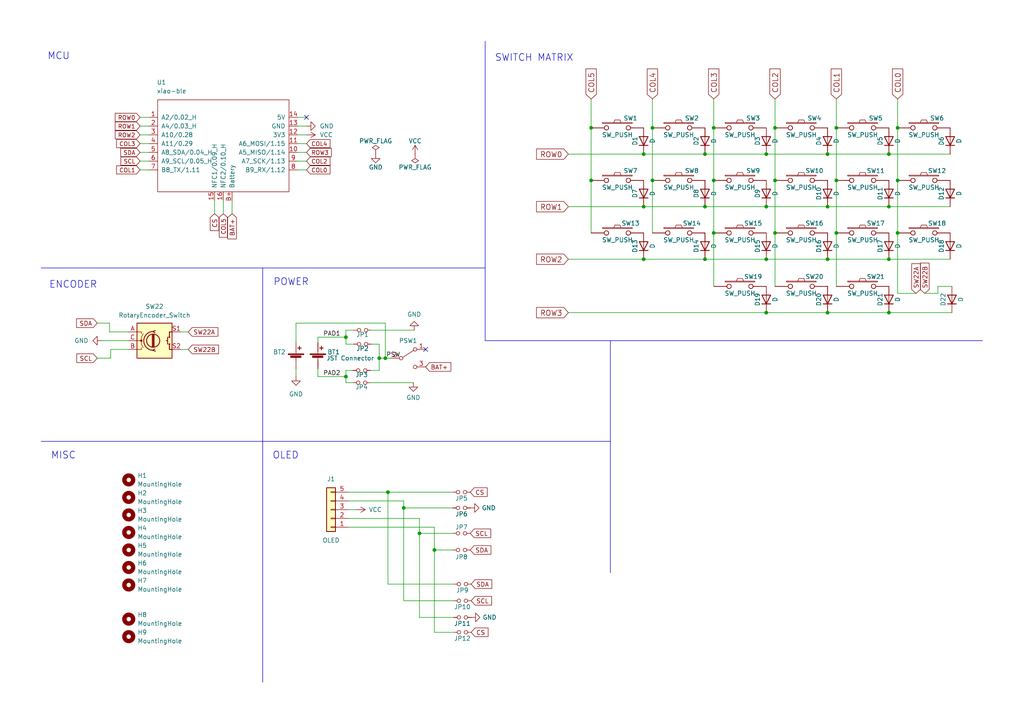
<source format=kicad_sch>
(kicad_sch (version 20230121) (generator eeschema)
  (paper "A4")
  (title_block (title "mx-corne-xiao") (date "2023-10-26") (rev "2.0") (comment 1 "Author : friction"))
  (lib_symbols
    (symbol "Connector_Generic:Conn_01x05" (pin_names (offset 1.016) hide)
      (property "Reference" "J" (at 0 7.62 0))
      (property "Value" "Conn_01x05" (at 0 -7.62 0))
      (symbol "Conn_01x05_1_1"
        (rectangle (start -1.27 -4.953) (end 0 -5.207) (stroke (width 0.1524)))
        (rectangle (start -1.27 -2.413) (end 0 -2.667) (stroke (width 0.1524)))
        (rectangle (start -1.27 0.127) (end 0 -0.127) (stroke (width 0.1524)))
        (rectangle (start -1.27 2.667) (end 0 2.413) (stroke (width 0.1524)))
        (rectangle (start -1.27 5.207) (end 0 4.953) (stroke (width 0.1524)))
        (rectangle (start -1.27 6.35) (end 1.27 -6.35) (stroke (width 0.254)) (fill (type background)))
        (pin passive line (at -5.08 5.08 0) (length 3.81) (name "Pin_1") (number "1"))
        (pin passive line (at -5.08 2.54 0) (length 3.81) (name "Pin_2") (number "2"))
        (pin passive line (at -5.08 0 0) (length 3.81) (name "Pin_3") (number "3"))
        (pin passive line (at -5.08 -2.54 0) (length 3.81) (name "Pin_4") (number "4"))
        (pin passive line (at -5.08 -5.08 0) (length 3.81) (name "Pin_5") (number "5"))
      )
    )
    (symbol "Device:Battery_Cell" (pin_numbers hide) (pin_names (offset 0) hide)
      (property "Reference" "BT" (at 2.54 2.54 0))
      (property "Value" "Battery_Cell" (at 2.54 0 0))
      (symbol "Battery_Cell_0_1"
        (rectangle (start -2.286 1.778) (end 2.286 1.524) (fill (type outline)))
        (rectangle (start -1.5748 1.1938) (end 1.4732 0.6858) (fill (type outline)))
        (polyline (pts (xy 0 0.762) (xy 0 0)))
        (polyline (pts (xy 0 1.778) (xy 0 2.54)))
        (polyline (pts (xy 0.508 3.429) (xy 1.524 3.429)) (stroke (width 0.254)))
        (polyline (pts (xy 1.016 3.937) (xy 1.016 2.921)) (stroke (width 0.254)))
      )
      (symbol "Battery_Cell_1_1"
        (pin passive line (at 0 5.08 270) (length 2.54) (name "+") (number "1"))
        (pin passive line (at 0 -2.54 90) (length 2.54) (name "-") (number "2"))
      )
    )
    (symbol "Device:D" (pin_numbers hide) (pin_names (offset 1.016) hide)
      (property "Reference" "D" (at 0 2.54 0))
      (property "Value" "D" (at 0 -2.54 0))
      (symbol "D_0_1"
        (polyline (pts (xy -1.27 1.27) (xy -1.27 -1.27)) (stroke (width 0.254)))
        (polyline (pts (xy 1.27 0) (xy -1.27 0)))
        (polyline (pts (xy 1.27 1.27) (xy 1.27 -1.27) (xy -1.27 0) (xy 1.27 1.27)) (stroke (width 0.254)))
      )
      (symbol "D_1_1"
        (pin passive line (at -3.81 0 0) (length 2.54) (name "K") (number "1"))
        (pin passive line (at 3.81 0 180) (length 2.54) (name "A") (number "2"))
      )
    )
    (symbol "Device:RotaryEncoder_Switch" (pin_names (offset 0.254) hide)
      (property "Reference" "SW" (at 0 6.604 0))
      (property "Value" "RotaryEncoder_Switch" (at 0 -6.604 0))
      (symbol "RotaryEncoder_Switch_0_1"
        (rectangle (start -5.08 5.08) (end 5.08 -5.08) (stroke (width 0.254)) (fill (type background)))
        (circle (center -3.81 0) (radius 0.254) (fill (type outline)))
        (circle (center -0.381 0) (radius 1.905) (stroke (width 0.254)))
        (arc (start -0.381 2.667) (mid -3.0988 -0.0635) (end -0.381 -2.794) (stroke (width 0.254)))
        (polyline (pts (xy -0.635 -1.778) (xy -0.635 1.778)) (stroke (width 0.254)))
        (polyline (pts (xy -0.381 -1.778) (xy -0.381 1.778)) (stroke (width 0.254)))
        (polyline (pts (xy -0.127 1.778) (xy -0.127 -1.778)) (stroke (width 0.254)))
        (polyline (pts (xy 3.81 0) (xy 3.429 0)) (stroke (width 0.254)))
        (polyline (pts (xy 3.81 1.016) (xy 3.81 -1.016)) (stroke (width 0.254)))
        (polyline (pts (xy -5.08 -2.54) (xy -3.81 -2.54) (xy -3.81 -2.032)))
        (polyline (pts (xy -5.08 2.54) (xy -3.81 2.54) (xy -3.81 2.032)))
        (polyline (pts (xy 0.254 -3.048) (xy -0.508 -2.794) (xy 0.127 -2.413)) (stroke (width 0.254)))
        (polyline (pts (xy 0.254 2.921) (xy -0.508 2.667) (xy 0.127 2.286)) (stroke (width 0.254)))
        (polyline (pts (xy 5.08 -2.54) (xy 4.318 -2.54) (xy 4.318 -1.016)) (stroke (width 0.254)))
        (polyline (pts (xy 5.08 2.54) (xy 4.318 2.54) (xy 4.318 1.016)) (stroke (width 0.254)))
        (polyline (pts (xy -5.08 0) (xy -3.81 0) (xy -3.81 -1.016) (xy -3.302 -2.032)))
        (polyline (pts (xy -4.318 0) (xy -3.81 0) (xy -3.81 1.016) (xy -3.302 2.032)))
        (circle (center 4.318 -1.016) (radius 0.127) (stroke (width 0.254)))
        (circle (center 4.318 1.016) (radius 0.127) (stroke (width 0.254)))
      )
      (symbol "RotaryEncoder_Switch_1_1"
        (pin passive line (at -7.62 2.54 0) (length 2.54) (name "A") (number "A"))
        (pin passive line (at -7.62 -2.54 0) (length 2.54) (name "B") (number "B"))
        (pin passive line (at -7.62 0 0) (length 2.54) (name "C") (number "C"))
        (pin passive line (at 7.62 2.54 180) (length 2.54) (name "S1") (number "S1"))
        (pin passive line (at 7.62 -2.54 180) (length 2.54) (name "S2") (number "S2"))
      )
    )
    (symbol "KLORlib:Device_Jumper_NO_Small" (pin_numbers hide) (pin_names (offset 0.762) hide)
      (property "Reference" "JP" (at 0 2.032 0))
      (property "Value" "Device_Jumper_NO_Small" (at 0.254 -1.524 0))
      (symbol "Device_Jumper_NO_Small_0_1"
        (circle (center -1.016 0) (radius 0.508))
        (circle (center 1.016 0) (radius 0.508))
        (pin passive line (at -2.54 0 0) (length 1.016) (name "1") (number "1"))
        (pin passive line (at 2.54 0 180) (length 1.016) (name "2") (number "2"))
      )
    )
    (symbol "Mechanical:MountingHole" (pin_names (offset 1.016))
      (property "Reference" "H" (at 0 5.08 0))
      (property "Value" "MountingHole" (at 0 3.175 0))
      (symbol "MountingHole_0_1"
        (circle (center 0 0) (radius 1.27) (stroke (width 1.27)))
      )
    )
    (symbol "Switch:SW_SPDT" (pin_names (offset 0) hide)
      (property "Reference" "SW" (at 0 4.318 0))
      (property "Value" "SW_SPDT" (at 0 -5.08 0))
      (symbol "SW_SPDT_0_0"
        (circle (center -2.032 0) (radius 0.508))
        (circle (center 2.032 -2.54) (radius 0.508))
      )
      (symbol "SW_SPDT_0_1"
        (polyline (pts (xy -1.524 0.254) (xy 1.651 2.286)))
        (circle (center 2.032 2.54) (radius 0.508))
      )
      (symbol "SW_SPDT_1_1"
        (pin passive line (at 5.08 2.54 180) (length 2.54) (name "A") (number "1"))
        (pin passive line (at -5.08 0 0) (length 2.54) (name "B") (number "2"))
        (pin passive line (at 5.08 -2.54 180) (length 2.54) (name "C") (number "3"))
      )
    )
    (symbol "VCC_1" (power) (pin_names (offset 0))
      (property "Value" "VCC_1" (at 0 3.81 0))
      (symbol "VCC_1_0_1"
        (polyline (pts (xy -0.762 1.27) (xy 0 2.54)))
        (polyline (pts (xy 0 0) (xy 0 2.54)))
        (polyline (pts (xy 0 2.54) (xy 0.762 1.27)))
      )
      (symbol "VCC_1_1_1"
        (pin power_in line (at 0 0 90) (length 0) hide (name "VCC") (number "1"))
      )
    )
    (symbol "corne-classic-rescue:SW_PUSH-kbd" (pin_numbers hide) (pin_names (offset 1.016) hide)
      (property "Reference" "SW" (at 3.81 2.794 0))
      (property "Value" "SW_PUSH-kbd" (at 0 -2.032 0))
      (symbol "SW_PUSH-kbd_0_1"
        (rectangle (start -4.318 1.27) (end 4.318 1.524))
        (polyline (pts (xy -1.016 1.524) (xy -0.762 2.286) (xy 0.762 2.286) (xy 1.016 1.524)))
        (pin passive inverted (at -7.62 0 0) (length 5.08) (name "1") (number "1"))
        (pin passive inverted (at 7.62 0 180) (length 5.08) (name "2") (number "2"))
      )
    )
    (symbol "power:GND" (power) (pin_names (offset 0))
      (property "Value" "GND" (at 0 -3.81 0))
      (symbol "GND_0_1"
        (polyline (pts (xy 0 0) (xy 0 -1.27) (xy 1.27 -1.27) (xy 0 -2.54) (xy -1.27 -1.27) (xy 0 -1.27)))
      )
      (symbol "GND_1_1"
        (pin power_in line (at 0 0 270) (length 0) hide (name "GND") (number "1"))
      )
    )
    (symbol "power:PWR_FLAG" (power) (pin_numbers hide) (pin_names (offset 0) hide)
      (property "Value" "PWR_FLAG" (at 0 3.81 0))
      (symbol "PWR_FLAG_0_0"
        (pin power_out line (at 0 0 90) (length 0) (name "pwr") (number "1"))
      )
      (symbol "PWR_FLAG_0_1"
        (polyline (pts (xy 0 0) (xy 0 1.27) (xy -1.016 1.905) (xy 0 2.54) (xy 1.016 1.905) (xy 0 1.27)))
      )
    )
    (symbol "power:VCC" (power) (pin_names (offset 0))
      (property "Value" "VCC" (at 0 3.81 0))
      (symbol "VCC_0_1"
        (polyline (pts (xy -0.762 1.27) (xy 0 2.54)))
        (polyline (pts (xy 0 0) (xy 0 2.54)))
        (polyline (pts (xy 0 2.54) (xy 0.762 1.27)))
      )
      (symbol "VCC_1_1"
        (pin power_in line (at 0 0 90) (length 0) hide (name "VCC") (number "1"))
      )
    )
    (symbol "xiao-ble_1" (pin_names (offset 1.016))
      (property "Reference" "U1" (at -19.304 17.78 0))
      (property "Value" "xiao-ble" (at -19.304 15.24 0))
      (symbol "xiao-ble_1_0_1"
        (rectangle (start -19.05 12.7) (end 19.05 -13.97))
      )
      (symbol "xiao-ble_1_1_1"
        (pin bidirectional line (at -21.59 7.62 0) (length 2.54) (name "A2/0.02_H") (number "1"))
        (pin bidirectional line (at 21.59 -2.54 180) (length 2.54) (name "A5_MISO/1.14") (number "10"))
        (pin bidirectional line (at 21.59 0 180) (length 2.54) (name "A6_MOSI/1.15") (number "11"))
        (pin power_out line (at 21.59 2.54 180) (length 2.54) (name "3V3") (number "12"))
        (pin power_out line (at 21.59 5.08 180) (length 2.54) (name "GND") (number "13"))
        (pin power_out line (at 21.59 7.62 180) (length 2.54) (name "5V") (number "14"))
        (pin bidirectional line (at -2.54 -16.51 90) (length 2.54) (name "NFC1/0.09_H") (number "15"))
        (pin bidirectional line (at 0 -16.51 90) (length 2.54) (name "NFC2/0.10_H") (number "16"))
        (pin bidirectional line (at -21.59 5.08 0) (length 2.54) (name "A4/0.03_H") (number "2"))
        (pin bidirectional line (at -21.59 2.54 0) (length 2.54) (name "A10/0.28") (number "3"))
        (pin bidirectional line (at -21.59 0 0) (length 2.54) (name "A11/0.29") (number "4"))
        (pin bidirectional line (at -21.59 -2.54 0) (length 2.54) (name "A8_SDA/0.04_H") (number "5"))
        (pin bidirectional line (at -21.59 -5.08 0) (length 2.54) (name "A9_SCL/0.05_H") (number "6"))
        (pin bidirectional line (at -21.59 -7.62 0) (length 2.54) (name "B8_TX/1.11") (number "7"))
        (pin bidirectional line (at 21.59 -7.62 180) (length 2.54) (name "B9_RX/1.12") (number "8"))
        (pin bidirectional line (at 21.59 -5.08 180) (length 2.54) (name "A7_SCK/1.13") (number "9"))
        (pin power_in line (at 2.54 -16.51 90) (length 2.54) (name "Battery") (number "B+"))
      )
    )
  )
  (junction (at 257.81 59.944))
  (junction (at 260.35 52.324))
  (junction (at 224.79 52.324))
  (junction (at 242.57 37.084))
  (junction (at 100.33 109.22))
  (junction (at 204.47 59.944))
  (junction (at 240.03 44.704))
  (junction (at 189.23 52.324))
  (junction (at 189.23 37.084))
  (junction (at 222.25 90.678))
  (junction (at 260.35 67.564))
  (junction (at 257.81 75.184))
  (junction (at 117.094 147.32))
  (junction (at 111.76 103.886))
  (junction (at 224.79 37.084))
  (junction (at 242.57 52.324))
  (junction (at 222.25 75.184))
  (junction (at 257.81 44.704))
  (junction (at 222.25 44.704))
  (junction (at 186.69 44.704))
  (junction (at 186.69 59.944))
  (junction (at 207.01 67.564))
  (junction (at 204.47 44.704))
  (junction (at 224.79 67.564))
  (junction (at 222.25 59.944))
  (junction (at 186.69 75.184))
  (junction (at 171.45 52.324))
  (junction (at 171.45 37.084))
  (junction (at 121.666 154.686))
  (junction (at 242.57 67.564))
  (junction (at 207.01 37.084))
  (junction (at 100.33 97.79))
  (junction (at 240.03 59.944))
  (junction (at 112.522 142.748))
  (junction (at 240.03 90.678))
  (junction (at 125.984 159.512))
  (junction (at 257.81 90.678))
  (junction (at 207.01 52.324))
  (junction (at 204.47 75.184))
  (junction (at 109.982 103.886))
  (junction (at 240.03 75.184))
  (junction (at 260.35 37.084))
  (no_connect (at 123.444 101.346))
  (no_connect (at 88.9 34.036))
  (wire (pts (xy 85.852 106.934) (xy 85.852 109.22)))
  (wire (pts (xy 40.64 34.036) (xy 43.18 34.036)))
  (wire (pts (xy 272.034 83.058) (xy 276.098 83.058)))
  (wire (pts (xy 100.33 109.22) (xy 100.33 107.442)))
  (wire (pts (xy 32.1111 101.346) (xy 37.1911 101.346)))
  (wire (pts (xy 125.984 152.908) (xy 125.984 159.512)))
  (wire (pts (xy 92.202 106.934) (xy 92.202 109.22)))
  (wire (pts (xy 117.094 174.244) (xy 117.094 147.32)))
  (wire (pts (xy 242.57 28.702) (xy 242.57 37.084)))
  (wire (pts (xy 186.69 75.184) (xy 204.47 75.184)))
  (wire (pts (xy 222.25 75.184) (xy 240.03 75.184)))
  (polyline (pts (xy 11.938 128.016) (xy 177.038 128.016)))
  (wire (pts (xy 207.01 28.702) (xy 207.01 37.084)))
  (wire (pts (xy 242.57 67.564) (xy 242.57 83.058)))
  (wire (pts (xy 86.36 44.196) (xy 88.9 44.196)))
  (wire (pts (xy 171.45 28.702) (xy 171.45 37.084)))
  (wire (pts (xy 189.23 52.324) (xy 189.23 67.564)))
  (wire (pts (xy 112.522 142.748) (xy 131.318 142.748)))
  (wire (pts (xy 164.846 75.184) (xy 186.69 75.184)))
  (wire (pts (xy 109.982 103.886) (xy 109.982 107.442)))
  (wire (pts (xy 222.25 44.704) (xy 240.03 44.704)))
  (wire (pts (xy 62.23 58.166) (xy 62.23 61.976)))
  (wire (pts (xy 102.616 95.758) (xy 100.33 95.758)))
  (wire (pts (xy 224.79 52.324) (xy 224.79 67.564)))
  (wire (pts (xy 257.81 75.184) (xy 275.59 75.184)))
  (wire (pts (xy 240.03 90.678) (xy 257.81 90.678)))
  (wire (pts (xy 204.47 75.184) (xy 222.25 75.184)))
  (wire (pts (xy 257.81 90.678) (xy 276.098 90.678)))
  (wire (pts (xy 260.35 67.564) (xy 260.35 85.09)))
  (wire (pts (xy 224.79 37.084) (xy 224.79 52.324)))
  (wire (pts (xy 121.666 154.686) (xy 121.666 179.07)))
  (wire (pts (xy 85.852 99.314) (xy 85.852 93.726)))
  (wire (pts (xy 92.202 99.314) (xy 92.202 97.79)))
  (wire (pts (xy 119.888 110.998) (xy 107.442 110.998)))
  (wire (pts (xy 164.846 44.704) (xy 186.69 44.704)))
  (wire (pts (xy 40.64 41.656) (xy 43.18 41.656)))
  (polyline (pts (xy 76.2 77.724) (xy 76.2 197.866)))
  (wire (pts (xy 102.362 110.998) (xy 100.33 110.998)))
  (wire (pts (xy 257.81 59.944) (xy 275.59 59.944)))
  (wire (pts (xy 189.23 37.084) (xy 189.23 52.324)))
  (wire (pts (xy 111.76 103.886) (xy 113.284 103.886)))
  (wire (pts (xy 207.01 52.324) (xy 207.01 67.564)))
  (wire (pts (xy 28.194 93.726) (xy 31.75 93.726)))
  (wire (pts (xy 207.01 37.084) (xy 207.01 52.324)))
  (wire (pts (xy 100.33 95.758) (xy 100.33 97.79)))
  (wire (pts (xy 28.194 103.886) (xy 32.1111 103.886)))
  (wire (pts (xy 40.64 49.276) (xy 43.18 49.276)))
  (wire (pts (xy 171.45 52.324) (xy 171.45 67.564)))
  (wire (pts (xy 117.094 147.32) (xy 131.318 147.32)))
  (wire (pts (xy 64.77 58.166) (xy 64.77 61.976)))
  (wire (pts (xy 86.36 36.576) (xy 88.9 36.576)))
  (wire (pts (xy 121.666 179.07) (xy 131.572 179.07)))
  (wire (pts (xy 164.846 90.678) (xy 222.25 90.678)))
  (polyline (pts (xy 140.716 11.938) (xy 140.716 98.806)))
  (wire (pts (xy 222.25 59.944) (xy 240.03 59.944)))
  (wire (pts (xy 117.094 145.288) (xy 117.094 147.32)))
  (wire (pts (xy 112.522 169.418) (xy 112.522 142.748)))
  (wire (pts (xy 125.984 159.512) (xy 125.984 183.388)))
  (wire (pts (xy 107.696 99.822) (xy 109.982 99.822)))
  (wire (pts (xy 260.35 37.084) (xy 260.35 52.324)))
  (wire (pts (xy 40.64 39.116) (xy 43.18 39.116)))
  (wire (pts (xy 101.092 145.288) (xy 117.094 145.288)))
  (wire (pts (xy 268.224 85.09) (xy 272.034 85.09)))
  (wire (pts (xy 86.36 49.276) (xy 88.9 49.276)))
  (wire (pts (xy 260.35 28.702) (xy 260.35 37.084)))
  (wire (pts (xy 260.35 52.324) (xy 260.35 67.564)))
  (wire (pts (xy 107.442 107.442) (xy 109.982 107.442)))
  (wire (pts (xy 207.01 67.564) (xy 207.01 83.058)))
  (wire (pts (xy 54.61 96.266) (xy 52.4311 96.266)))
  (wire (pts (xy 111.76 93.726) (xy 111.76 103.886)))
  (wire (pts (xy 224.79 67.564) (xy 224.79 83.058)))
  (wire (pts (xy 125.984 159.512) (xy 131.318 159.512)))
  (wire (pts (xy 101.092 152.908) (xy 125.984 152.908)))
  (polyline (pts (xy 177.038 98.806) (xy 177.038 166.116)))
  (wire (pts (xy 32.1111 103.886) (xy 32.1111 101.346)))
  (wire (pts (xy 272.034 85.09) (xy 272.034 83.058)))
  (wire (pts (xy 100.33 107.442) (xy 102.362 107.442)))
  (wire (pts (xy 100.33 99.822) (xy 102.616 99.822)))
  (wire (pts (xy 125.984 183.388) (xy 131.572 183.388)))
  (wire (pts (xy 224.79 28.702) (xy 224.79 37.084)))
  (wire (pts (xy 29.464 98.806) (xy 37.1911 98.806)))
  (wire (pts (xy 189.23 28.702) (xy 189.23 37.084)))
  (wire (pts (xy 117.094 174.244) (xy 131.572 174.244)))
  (wire (pts (xy 222.25 90.678) (xy 240.03 90.678)))
  (wire (pts (xy 31.75 96.266) (xy 37.1911 96.266)))
  (wire (pts (xy 120.142 95.758) (xy 107.696 95.758)))
  (wire (pts (xy 121.666 150.368) (xy 121.666 154.686)))
  (wire (pts (xy 100.33 97.79) (xy 100.33 99.822)))
  (wire (pts (xy 85.852 93.726) (xy 111.76 93.726)))
  (wire (pts (xy 186.69 44.704) (xy 204.47 44.704)))
  (wire (pts (xy 92.202 109.22) (xy 100.33 109.22)))
  (wire (pts (xy 67.31 58.166) (xy 67.31 61.976)))
  (wire (pts (xy 164.846 59.944) (xy 186.69 59.944)))
  (wire (pts (xy 86.36 41.656) (xy 88.9 41.656)))
  (polyline (pts (xy 11.938 77.724) (xy 140.716 77.724)))
  (wire (pts (xy 40.64 36.576) (xy 43.18 36.576)))
  (wire (pts (xy 86.36 34.036) (xy 88.9 34.036)))
  (wire (pts (xy 31.75 93.726) (xy 31.75 96.266)))
  (wire (pts (xy 101.092 150.368) (xy 121.666 150.368)))
  (wire (pts (xy 260.35 85.09) (xy 265.684 85.09)))
  (wire (pts (xy 186.69 59.944) (xy 204.47 59.944)))
  (wire (pts (xy 100.33 110.998) (xy 100.33 109.22)))
  (wire (pts (xy 86.36 39.116) (xy 88.9 39.116)))
  (wire (pts (xy 242.57 52.324) (xy 242.57 67.564)))
  (wire (pts (xy 109.982 99.822) (xy 109.982 103.886)))
  (wire (pts (xy 40.64 46.736) (xy 43.18 46.736)))
  (wire (pts (xy 240.03 44.704) (xy 257.81 44.704)))
  (wire (pts (xy 92.202 97.79) (xy 100.33 97.79)))
  (wire (pts (xy 240.03 59.944) (xy 257.81 59.944)))
  (wire (pts (xy 240.03 75.184) (xy 257.81 75.184)))
  (wire (pts (xy 109.982 103.886) (xy 111.76 103.886)))
  (wire (pts (xy 52.4311 101.346) (xy 54.61 101.346)))
  (wire (pts (xy 242.57 37.084) (xy 242.57 52.324)))
  (wire (pts (xy 101.092 142.748) (xy 112.522 142.748)))
  (wire (pts (xy 204.47 59.944) (xy 222.25 59.944)))
  (wire (pts (xy 131.572 169.418) (xy 112.522 169.418)))
  (wire (pts (xy 171.45 37.084) (xy 171.45 52.324)))
  (wire (pts (xy 101.092 147.828) (xy 103.378 147.828)))
  (wire (pts (xy 121.666 154.686) (xy 131.318 154.686)))
  (wire (pts (xy 257.81 44.704) (xy 275.59 44.704)))
  (wire (pts (xy 40.64 44.196) (xy 43.18 44.196)))
  (wire (pts (xy 204.47 44.704) (xy 222.25 44.704)))
  (polyline (pts (xy 140.716 98.806) (xy 284.988 98.806)))
  (wire (pts (xy 86.36 46.736) (xy 88.9 46.736)))
  (text "POWER" (at 79.248 83.058 0) (effects (font (size 2 2)) (justify left bottom)))
  (text "ENCODER\n" (at 14.224 83.82 0) (effects (font (size 2 2)) (justify left bottom)))
  (text "MCU" (at 13.716 17.526 0) (effects (font (size 2 2)) (justify left bottom)))
  (text "OLED" (at 78.994 133.35 0) (effects (font (size 2 2)) (justify left bottom)))
  (text "MISC\n" (at 14.732 133.35 0) (effects (font (size 2 2)) (justify left bottom)))
  (text "SWITCH MATRIX\n" (at 143.51 18.034 0) (effects (font (size 2 2)) (justify left bottom)))
  (label "PSW" (at 112.014 103.886 0))
  (label "PAD2" (at 93.726 109.22 0))
  (label "PAD1" (at 93.726 97.79 0))
  (global_label "CS" (shape input) (at 136.652 183.388 0) (property "Intersheetrefs" "${INTERSHEET_REFS}" (effects hide)))
  (global_label "BAT+" (shape input) (at 123.444 106.426 0) (property "Intersheetrefs" "${INTERSHEET_REFS}" (effects hide)))
  (global_label "COL1" (shape input) (at 40.64 49.276 180) (effects (font (size 1.1938 1.1938))) (property "Intersheetrefs" "${INTERSHEET_REFS}" (effects hide)))
  (global_label "SW22B" (shape input) (at 54.61 101.346 0) (property "Intersheetrefs" "${INTERSHEET_REFS}" (effects hide)))
  (global_label "COL0" (shape input) (at 88.9 49.276 0) (effects (font (size 1.1938 1.1938))) (property "Intersheetrefs" "${INTERSHEET_REFS}" (effects hide)))
  (global_label "COL3" (shape input) (at 40.64 41.656 180) (effects (font (size 1.1938 1.1938))) (property "Intersheetrefs" "${INTERSHEET_REFS}" (effects hide)))
  (global_label "ROW0" (shape input) (at 164.846 44.704 180) (effects (font (size 1.524 1.524))) (property "Intersheetrefs" "${INTERSHEET_REFS}" (effects hide)))
  (global_label "SDA" (shape input) (at 136.652 169.418 0) (property "Intersheetrefs" "${INTERSHEET_REFS}" (effects hide)))
  (global_label "COL4" (shape input) (at 88.9 41.656 0) (effects (font (size 1.1938 1.1938))) (property "Intersheetrefs" "${INTERSHEET_REFS}" (effects hide)))
  (global_label "SW22A" (shape input) (at 54.61 96.266 0) (property "Intersheetrefs" "${INTERSHEET_REFS}" (effects hide)))
  (global_label "SDA" (shape input) (at 40.64 44.196 180) (effects (font (size 1.1938 1.1938))) (property "Intersheetrefs" "${INTERSHEET_REFS}" (effects hide)))
  (global_label "SCL" (shape input) (at 136.652 174.244 0) (property "Intersheetrefs" "${INTERSHEET_REFS}" (effects hide)))
  (global_label "COL2" (shape input) (at 88.9 46.736 0) (effects (font (size 1.1938 1.1938))) (property "Intersheetrefs" "${INTERSHEET_REFS}" (effects hide)))
  (global_label "ROW3" (shape input) (at 164.846 90.678 180) (effects (font (size 1.524 1.524))) (property "Intersheetrefs" "${INTERSHEET_REFS}" (effects hide)))
  (global_label "SCL" (shape input) (at 136.398 154.686 0) (property "Intersheetrefs" "${INTERSHEET_REFS}" (effects hide)))
  (global_label "COL4" (shape input) (at 189.23 28.702 90) (effects (font (size 1.524 1.524))) (property "Intersheetrefs" "${INTERSHEET_REFS}" (effects hide)))
  (global_label "COL2" (shape input) (at 224.79 28.702 90) (effects (font (size 1.524 1.524))) (property "Intersheetrefs" "${INTERSHEET_REFS}" (effects hide)))
  (global_label "COL0" (shape input) (at 260.35 28.702 90) (effects (font (size 1.524 1.524))) (property "Intersheetrefs" "${INTERSHEET_REFS}" (effects hide)))
  (global_label "ROW2" (shape input) (at 164.846 75.184 180) (effects (font (size 1.524 1.524))) (property "Intersheetrefs" "${INTERSHEET_REFS}" (effects hide)))
  (global_label "SDA" (shape input) (at 136.398 159.512 0) (property "Intersheetrefs" "${INTERSHEET_REFS}" (effects hide)))
  (global_label "ROW1" (shape input) (at 164.846 59.944 180) (effects (font (size 1.524 1.524))) (property "Intersheetrefs" "${INTERSHEET_REFS}" (effects hide)))
  (global_label "COL5" (shape input) (at 171.45 28.702 90) (effects (font (size 1.524 1.524))) (property "Intersheetrefs" "${INTERSHEET_REFS}" (effects hide)))
  (global_label "COL3" (shape input) (at 207.01 28.702 90) (effects (font (size 1.524 1.524))) (property "Intersheetrefs" "${INTERSHEET_REFS}" (effects hide)))
  (global_label "ROW2" (shape input) (at 40.64 39.116 180) (effects (font (size 1.1938 1.1938))) (property "Intersheetrefs" "${INTERSHEET_REFS}" (effects hide)))
  (global_label "ROW0" (shape input) (at 40.64 34.036 180) (effects (font (size 1.1938 1.1938))) (property "Intersheetrefs" "${INTERSHEET_REFS}" (effects hide)))
  (global_label "SCL" (shape input) (at 28.194 103.886 180) (property "Intersheetrefs" "${INTERSHEET_REFS}" (effects hide)))
  (global_label "SDA" (shape input) (at 28.194 93.726 180) (property "Intersheetrefs" "${INTERSHEET_REFS}" (effects hide)))
  (global_label "SW22A" (shape input) (at 265.684 85.09 90) (property "Intersheetrefs" "${INTERSHEET_REFS}" (effects hide)))
  (global_label "CS" (shape input) (at 136.398 142.748 0) (property "Intersheetrefs" "${INTERSHEET_REFS}" (effects hide)))
  (global_label "BAT+" (shape input) (at 67.31 61.976 270) (property "Intersheetrefs" "${INTERSHEET_REFS}" (effects hide)))
  (global_label "SW22B" (shape input) (at 268.224 85.09 90) (property "Intersheetrefs" "${INTERSHEET_REFS}" (effects hide)))
  (global_label "COL1" (shape input) (at 242.57 28.702 90) (effects (font (size 1.524 1.524))) (property "Intersheetrefs" "${INTERSHEET_REFS}" (effects hide)))
  (global_label "CS" (shape input) (at 62.23 61.976 270) (property "Intersheetrefs" "${INTERSHEET_REFS}" (effects hide)))
  (global_label "COL5" (shape input) (at 64.77 61.976 270) (effects (font (size 1.1938 1.1938))) (property "Intersheetrefs" "${INTERSHEET_REFS}" (effects hide)))
  (global_label "ROW1" (shape input) (at 40.64 36.576 180) (effects (font (size 1.1938 1.1938))) (property "Intersheetrefs" "${INTERSHEET_REFS}" (effects hide)))
  (global_label "ROW3" (shape input) (at 88.9 44.196 0) (effects (font (size 1.1938 1.1938))) (property "Intersheetrefs" "${INTERSHEET_REFS}" (effects hide)))
  (global_label "SCL" (shape input) (at 40.64 46.736 180) (effects (font (size 1.1938 1.1938))) (property "Intersheetrefs" "${INTERSHEET_REFS}" (effects hide)))
  (symbol (lib_id "corne-classic-rescue:SW_PUSH-kbd") (at 196.85 37.084 0) (unit 1)
    (property "Reference" "SW2" (at 200.66 34.29 0))
    (property "Value" "SW_PUSH" (at 196.85 39.116 0))
    (property "Footprint" "fp:cherry_mx_1u" (effects hide))
  )
  (symbol (lib_id "Device:D") (at 204.47 40.894 90) (unit 1)
    (property "Reference" "D2" (at 201.93 40.894 0))
    (property "Value" "D" (at 207.01 40.894 0))
    (property "Footprint" "fp:Diode_SOD123" (effects hide))
  )
  (symbol (lib_id "corne-classic-rescue:SW_PUSH-kbd") (at 214.63 37.084 0) (unit 1)
    (property "Reference" "SW3" (at 218.44 34.29 0))
    (property "Value" "SW_PUSH" (at 214.63 39.116 0))
    (property "Footprint" "fp:cherry_mx_1u" (effects hide))
  )
  (symbol (lib_id "Device:D") (at 222.25 40.894 90) (unit 1)
    (property "Reference" "D3" (at 219.71 40.894 0))
    (property "Value" "D" (at 224.79 40.894 0))
    (property "Footprint" "fp:Diode_SOD123" (effects hide))
  )
  (symbol (lib_id "corne-classic-rescue:SW_PUSH-kbd") (at 232.41 37.084 0) (unit 1)
    (property "Reference" "SW4" (at 236.22 34.29 0))
    (property "Value" "SW_PUSH" (at 232.41 39.116 0))
    (property "Footprint" "fp:cherry_mx_1u" (effects hide))
  )
  (symbol (lib_id "corne-classic-rescue:SW_PUSH-kbd") (at 250.19 37.084 0) (unit 1)
    (property "Reference" "SW5" (at 254 34.29 0))
    (property "Value" "SW_PUSH" (at 250.19 39.116 0))
    (property "Footprint" "fp:cherry_mx_1u" (effects hide))
  )
  (symbol (lib_id "corne-classic-rescue:SW_PUSH-kbd") (at 267.97 37.084 0) (unit 1)
    (property "Reference" "SW6" (at 271.78 34.29 0))
    (property "Value" "SW_PUSH" (at 267.97 39.116 0))
    (property "Footprint" "fp:cherry_mx_1u" (effects hide))
  )
  (symbol (lib_id "Device:D") (at 240.03 40.894 90) (unit 1)
    (property "Reference" "D4" (at 237.49 40.894 0))
    (property "Value" "D" (at 242.57 40.894 0))
    (property "Footprint" "fp:Diode_SOD123" (effects hide))
  )
  (symbol (lib_id "Device:D") (at 257.81 40.894 90) (unit 1)
    (property "Reference" "D5" (at 255.27 40.894 0))
    (property "Value" "D" (at 260.35 40.894 0))
    (property "Footprint" "fp:Diode_SOD123" (effects hide))
  )
  (symbol (lib_id "Device:D") (at 275.59 40.894 90) (unit 1)
    (property "Reference" "D6" (at 273.05 40.894 0))
    (property "Value" "D" (at 278.13 40.894 0))
    (property "Footprint" "fp:Diode_SOD123" (effects hide))
  )
  (symbol (lib_id "corne-classic-rescue:SW_PUSH-kbd") (at 179.07 37.084 0) (unit 1)
    (property "Reference" "SW1" (at 182.88 34.29 0))
    (property "Value" "SW_PUSH" (at 179.07 39.116 0))
    (property "Footprint" "fp:cherry_mx_1u" (effects hide))
  )
  (symbol (lib_id "Device:D") (at 186.69 40.894 90) (unit 1)
    (property "Reference" "D1" (at 184.15 40.894 0))
    (property "Value" "D" (at 189.23 40.894 0))
    (property "Footprint" "fp:Diode_SOD123" (effects hide))
  )
  (symbol (lib_id "corne-classic-rescue:SW_PUSH-kbd") (at 196.85 52.324 0) (unit 1)
    (property "Reference" "SW8" (at 200.66 49.53 0))
    (property "Value" "SW_PUSH" (at 196.85 54.356 0))
    (property "Footprint" "fp:cherry_mx_1u" (effects hide))
  )
  (symbol (lib_id "Device:D") (at 204.47 56.134 90) (unit 1)
    (property "Reference" "D8" (at 201.93 56.134 0))
    (property "Value" "D" (at 207.01 56.134 0))
    (property "Footprint" "fp:Diode_SOD123" (effects hide))
  )
  (symbol (lib_id "corne-classic-rescue:SW_PUSH-kbd") (at 214.63 52.324 0) (unit 1)
    (property "Reference" "SW9" (at 218.44 49.53 0))
    (property "Value" "SW_PUSH" (at 214.63 54.356 0))
    (property "Footprint" "fp:cherry_mx_1u" (effects hide))
  )
  (symbol (lib_id "Device:D") (at 222.25 56.134 90) (unit 1)
    (property "Reference" "D9" (at 219.71 56.134 0))
    (property "Value" "D" (at 224.79 56.134 0))
    (property "Footprint" "fp:Diode_SOD123" (effects hide))
  )
  (symbol (lib_id "corne-classic-rescue:SW_PUSH-kbd") (at 232.41 52.324 0) (unit 1)
    (property "Reference" "SW10" (at 236.22 49.53 0))
    (property "Value" "SW_PUSH" (at 232.41 54.356 0))
    (property "Footprint" "fp:cherry_mx_1u" (effects hide))
  )
  (symbol (lib_id "corne-classic-rescue:SW_PUSH-kbd") (at 250.19 52.324 0) (unit 1)
    (property "Reference" "SW11" (at 254 49.53 0))
    (property "Value" "SW_PUSH" (at 250.19 54.356 0))
    (property "Footprint" "fp:cherry_mx_1u" (effects hide))
  )
  (symbol (lib_id "corne-classic-rescue:SW_PUSH-kbd") (at 267.97 52.324 0) (unit 1)
    (property "Reference" "SW12" (at 271.78 49.53 0))
    (property "Value" "SW_PUSH" (at 267.97 54.356 0))
    (property "Footprint" "fp:cherry_mx_1u" (effects hide))
  )
  (symbol (lib_id "Device:D") (at 240.03 56.134 90) (unit 1)
    (property "Reference" "D10" (at 237.49 56.134 0))
    (property "Value" "D" (at 242.57 56.134 0))
    (property "Footprint" "fp:Diode_SOD123" (effects hide))
  )
  (symbol (lib_id "Device:D") (at 257.81 56.134 90) (unit 1)
    (property "Reference" "D11" (at 255.27 56.134 0))
    (property "Value" "D" (at 260.35 56.134 0))
    (property "Footprint" "fp:Diode_SOD123" (effects hide))
  )
  (symbol (lib_id "Device:D") (at 275.59 56.134 90) (unit 1)
    (property "Reference" "D12" (at 273.05 56.134 0))
    (property "Value" "D" (at 278.13 56.134 0))
    (property "Footprint" "fp:Diode_SOD123" (effects hide))
  )
  (symbol (lib_id "corne-classic-rescue:SW_PUSH-kbd") (at 179.07 52.324 0) (unit 1)
    (property "Reference" "SW7" (at 182.88 49.53 0))
    (property "Value" "SW_PUSH" (at 179.07 54.356 0))
    (property "Footprint" "fp:cherry_mx_1u" (effects hide))
  )
  (symbol (lib_id "Device:D") (at 186.69 56.134 90) (unit 1)
    (property "Reference" "D7" (at 184.15 56.134 0))
    (property "Value" "D" (at 189.23 56.134 0))
    (property "Footprint" "fp:Diode_SOD123" (effects hide))
  )
  (symbol (lib_id "corne-classic-rescue:SW_PUSH-kbd") (at 196.85 67.564 0) (unit 1)
    (property "Reference" "SW14" (at 200.66 64.77 0))
    (property "Value" "SW_PUSH" (at 196.85 69.596 0))
    (property "Footprint" "fp:cherry_mx_1u" (effects hide))
  )
  (symbol (lib_id "Device:D") (at 204.47 71.374 90) (unit 1)
    (property "Reference" "D14" (at 201.93 71.374 0))
    (property "Value" "D" (at 207.01 71.374 0))
    (property "Footprint" "fp:Diode_SOD123" (effects hide))
  )
  (symbol (lib_id "corne-classic-rescue:SW_PUSH-kbd") (at 214.63 67.564 0) (unit 1)
    (property "Reference" "SW15" (at 218.44 64.77 0))
    (property "Value" "SW_PUSH" (at 214.63 69.596 0))
    (property "Footprint" "fp:cherry_mx_1u" (effects hide))
  )
  (symbol (lib_id "Device:D") (at 222.25 71.374 90) (unit 1)
    (property "Reference" "D15" (at 219.71 71.374 0))
    (property "Value" "D" (at 224.79 71.374 0))
    (property "Footprint" "fp:Diode_SOD123" (effects hide))
  )
  (symbol (lib_id "corne-classic-rescue:SW_PUSH-kbd") (at 232.41 67.564 0) (unit 1)
    (property "Reference" "SW16" (at 236.22 64.77 0))
    (property "Value" "SW_PUSH" (at 232.41 69.596 0))
    (property "Footprint" "fp:cherry_mx_1u" (effects hide))
  )
  (symbol (lib_id "corne-classic-rescue:SW_PUSH-kbd") (at 250.19 67.564 0) (unit 1)
    (property "Reference" "SW17" (at 254 64.77 0))
    (property "Value" "SW_PUSH" (at 250.19 69.596 0))
    (property "Footprint" "fp:cherry_mx_1u" (effects hide))
  )
  (symbol (lib_id "corne-classic-rescue:SW_PUSH-kbd") (at 267.97 67.564 0) (unit 1)
    (property "Reference" "SW18" (at 271.78 64.77 0))
    (property "Value" "SW_PUSH" (at 267.97 69.596 0))
    (property "Footprint" "fp:cherry_mx_1u" (effects hide))
  )
  (symbol (lib_id "Device:D") (at 240.03 71.374 90) (unit 1)
    (property "Reference" "D16" (at 237.49 71.374 0))
    (property "Value" "D" (at 242.57 71.374 0))
    (property "Footprint" "fp:Diode_SOD123" (effects hide))
  )
  (symbol (lib_id "Device:D") (at 257.81 71.374 90) (unit 1)
    (property "Reference" "D17" (at 255.27 71.374 0))
    (property "Value" "D" (at 260.35 71.374 0))
    (property "Footprint" "fp:Diode_SOD123" (effects hide))
  )
  (symbol (lib_id "Device:D") (at 275.59 71.374 90) (unit 1)
    (property "Reference" "D18" (at 273.05 71.374 0))
    (property "Value" "D" (at 278.13 71.374 0))
    (property "Footprint" "fp:Diode_SOD123" (effects hide))
  )
  (symbol (lib_id "corne-classic-rescue:SW_PUSH-kbd") (at 179.07 67.564 0) (unit 1)
    (property "Reference" "SW13" (at 182.88 64.77 0))
    (property "Value" "SW_PUSH" (at 179.07 69.596 0))
    (property "Footprint" "fp:cherry_mx_1u" (effects hide))
  )
  (symbol (lib_id "Device:D") (at 186.69 71.374 90) (unit 1)
    (property "Reference" "D13" (at 184.15 71.374 0))
    (property "Value" "D" (at 189.23 71.374 0))
    (property "Footprint" "fp:Diode_SOD123" (effects hide))
  )
  (symbol (lib_id "corne-classic-rescue:SW_PUSH-kbd") (at 232.41 83.058 0) (unit 1)
    (property "Reference" "SW20" (at 236.22 80.264 0))
    (property "Value" "SW_PUSH" (at 232.41 85.09 0))
    (property "Footprint" "fp:cherry_mx_1u" (effects hide))
  )
  (symbol (lib_id "Device:D") (at 240.03 86.868 90) (unit 1)
    (property "Reference" "D20" (at 237.49 86.868 0))
    (property "Value" "D" (at 242.57 86.868 0))
    (property "Footprint" "fp:Diode_SOD123" (effects hide))
  )
  (symbol (lib_id "corne-classic-rescue:SW_PUSH-kbd") (at 250.19 83.058 0) (unit 1)
    (property "Reference" "SW21" (at 254 80.264 0))
    (property "Value" "SW_PUSH" (at 250.19 85.09 0))
    (property "Footprint" "fp:cherry_mx_1.5u" (effects hide))
  )
  (symbol (lib_id "Device:D") (at 257.81 86.868 90) (unit 1)
    (property "Reference" "D21" (at 255.27 86.868 0))
    (property "Value" "D" (at 260.35 86.868 0))
    (property "Footprint" "fp:Diode_SOD123" (effects hide))
  )
  (symbol (lib_id "corne-classic-rescue:SW_PUSH-kbd") (at 214.63 83.058 0) (unit 1)
    (property "Reference" "SW19" (at 218.44 80.264 0))
    (property "Value" "SW_PUSH" (at 214.63 85.09 0))
    (property "Footprint" "fp:cherry_mx_1u" (effects hide))
  )
  (symbol (lib_id "Device:D") (at 222.25 86.868 90) (unit 1)
    (property "Reference" "D19" (at 219.71 86.868 0))
    (property "Value" "D" (at 224.79 86.868 0))
    (property "Footprint" "fp:Diode_SOD123" (effects hide))
  )
  (symbol (lib_id "power:PWR_FLAG") (at 108.966 44.704 0) (unit 1)
    (property "Reference" "#FLG03" (effects hide))
    (property "Value" "PWR_FLAG" (at 108.966 40.894 0))
  )
  (symbol (lib_id "Mechanical:MountingHole") (at 37.338 169.672 0) (unit 1)
    (property "Reference" "H7" (at 39.878 168.402 0) (effects (justify left)))
    (property "Value" "MountingHole" (at 39.878 170.942 0) (effects (justify left)))
    (property "Footprint" "kbd:M2_HOLE_v2" (effects hide))
  )
  (symbol (lib_id "KLORlib:Device_Jumper_NO_Small") (at 133.858 147.32 0) (unit 1)
    (property "Reference" "JP6" (at 133.858 149.098 0))
    (property "Value" "Device_Jumper_NO_Small" (effects hide))
    (property "Footprint" "fp:Jumper" (effects hide))
  )
  (symbol (lib_id "KLORlib:Device_Jumper_NO_Small") (at 104.902 110.998 0) (unit 1)
    (property "Reference" "JP4" (at 104.902 112.268 0))
    (property "Value" "Device_Jumper_NO_Small" (effects hide))
    (property "Footprint" "fp:Jumper" (effects hide))
  )
  (symbol (lib_id "Device:D") (at 276.098 86.868 90) (unit 1)
    (property "Reference" "D22" (at 273.558 86.868 0))
    (property "Value" "D" (at 278.638 86.868 0))
    (property "Footprint" "fp:Diode_SOD123" (effects hide))
  )
  (symbol (lib_id "Mechanical:MountingHole") (at 37.338 159.512 0) (unit 1)
    (property "Reference" "H5" (at 39.878 158.242 0) (effects (justify left)))
    (property "Value" "MountingHole" (at 39.878 160.782 0) (effects (justify left)))
    (property "Footprint" "kbd:M2_HOLE_v2" (effects hide))
  )
  (symbol (lib_id "power:VCC") (at 120.396 44.704 0) (unit 1)
    (property "Reference" "#PWR016" (effects hide))
    (property "Value" "VCC" (at 120.396 40.894 0))
  )
  (symbol (lib_id "Mechanical:MountingHole") (at 37.338 149.352 0) (unit 1)
    (property "Reference" "H3" (at 39.878 148.082 0) (effects (justify left)))
    (property "Value" "MountingHole" (at 39.878 150.622 0) (effects (justify left)))
    (property "Footprint" "kbd:M2_HOLE_v2" (effects hide))
  )
  (symbol (lib_id "KLORlib:Device_Jumper_NO_Small") (at 134.112 169.418 0) (unit 1)
    (property "Reference" "JP9" (at 134.112 171.196 0))
    (property "Value" "Device_Jumper_NO_Small" (effects hide))
    (property "Footprint" "fp:Jumper" (effects hide))
  )
  (symbol (lib_id "power:GND") (at 88.9 36.576 90) (unit 1)
    (property "Reference" "#PWR07" (effects hide))
    (property "Value" "GND" (at 92.71 36.576 90) (effects (justify right)))
  )
  (symbol (lib_id "Mechanical:MountingHole") (at 37.338 154.432 0) (unit 1)
    (property "Reference" "H4" (at 39.878 153.162 0) (effects (justify left)))
    (property "Value" "MountingHole" (at 39.878 155.702 0) (effects (justify left)))
    (property "Footprint" "kbd:M2_HOLE_v2" (effects hide))
  )
  (symbol (lib_id "KLORlib:Device_Jumper_NO_Small") (at 133.858 142.748 0) (unit 1)
    (property "Reference" "JP5" (at 133.858 144.526 0))
    (property "Value" "Device_Jumper_NO_Small" (effects hide))
    (property "Footprint" "fp:Jumper" (effects hide))
  )
  (symbol (lib_id "KLORlib:Device_Jumper_NO_Small") (at 133.858 154.686 0) (unit 1)
    (property "Reference" "JP7" (at 133.858 152.908 0))
    (property "Value" "Device_Jumper_NO_Small" (effects hide))
    (property "Footprint" "fp:Jumper" (effects hide))
  )
  (symbol (lib_id "power:GND") (at 120.142 95.758 180) (unit 1)
    (property "Reference" "#PWR02" (effects hide))
    (property "Value" "GND" (at 120.142 91.186 0))
  )
  (symbol (lib_id "Device:Battery_Cell") (at 92.202 104.394 0) (unit 1)
    (property "Reference" "BT1" (at 96.774 102.108 0))
    (property "Value" "JST Connector" (at 101.6 103.886 0))
    (property "Footprint" "fp:JST_PH_reversible" (effects hide))
  )
  (symbol (lib_id "Mechanical:MountingHole") (at 37.338 184.658 0) (unit 1)
    (property "Reference" "H9" (at 39.878 183.388 0) (effects (justify left)))
    (property "Value" "MountingHole" (at 39.878 185.928 0) (effects (justify left)))
    (property "Footprint" "kbd:M2_HOLE_v2" (effects hide))
  )
  (symbol (lib_id "KLORlib:Device_Jumper_NO_Small") (at 133.858 159.512 0) (unit 1)
    (property "Reference" "JP8" (at 133.858 161.544 0))
    (property "Value" "Device_Jumper_NO_Small" (effects hide))
    (property "Footprint" "fp:Jumper" (effects hide))
  )
  (symbol (lib_id "power:VCC") (at 103.378 147.828 270) (unit 1)
    (property "Reference" "#PWR05" (effects hide))
    (property "Value" "VCC" (at 106.934 147.828 90) (effects (justify left)))
  )
  (symbol (lib_id "power:PWR_FLAG") (at 120.396 44.704 180) (unit 1)
    (property "Reference" "#FLG04" (effects hide))
    (property "Value" "PWR_FLAG" (at 120.396 48.514 0))
  )
  (symbol (lib_id "Device:Battery_Cell") (at 85.852 104.394 0) (unit 1)
    (property "Reference" "BT2" (at 81.026 102.108 0))
    (property "Value" "Battery_Cell" (effects hide))
    (property "Footprint" "fp:custombatteryconnector_small" (effects hide))
  )
  (symbol (lib_id "Device:RotaryEncoder_Switch") (at 44.8111 98.806 0) (unit 1)
    (property "Reference" "SW22" (at 44.8111 88.9 0))
    (property "Value" "RotaryEncoder_Switch" (at 44.8111 91.44 0))
    (property "Footprint" "fp:RotaryEncoder_Alps_EC11E-Switch_Vertical_H20mm-keebio_modified" (effects hide))
  )
  (symbol (lib_id "Mechanical:MountingHole") (at 37.338 144.272 0) (unit 1)
    (property "Reference" "H2" (at 39.878 143.002 0) (effects (justify left)))
    (property "Value" "MountingHole" (at 39.878 145.542 0) (effects (justify left)))
    (property "Footprint" "kbd:M2_HOLE_v2" (effects hide))
  )
  (symbol (lib_id "power:GND") (at 136.398 147.32 90) (unit 1)
    (property "Reference" "#PWR04" (effects hide))
    (property "Value" "GND" (at 139.7 147.32 90) (effects (justify right)))
  )
  (symbol (lib_id "Mechanical:MountingHole") (at 37.338 164.592 0) (unit 1)
    (property "Reference" "H6" (at 39.878 163.322 0) (effects (justify left)))
    (property "Value" "MountingHole" (at 39.878 165.862 0) (effects (justify left)))
    (property "Footprint" "kbd:M2_HOLE_v2" (effects hide))
  )
  (symbol (lib_id "power:GND") (at 119.888 110.998 0) (unit 1)
    (property "Reference" "#PWR03" (effects hide))
    (property "Value" "GND" (at 119.888 115.316 0))
  )
  (symbol (lib_id "KLORlib:Device_Jumper_NO_Small") (at 104.902 107.442 0) (unit 1)
    (property "Reference" "JP3" (at 104.902 108.712 0))
    (property "Value" "Device_Jumper_NO_Small" (effects hide))
    (property "Footprint" "fp:Jumper" (effects hide))
  )
  (symbol (lib_id "power:GND") (at 85.852 109.22 0) (unit 1)
    (property "Reference" "#PWR08" (effects hide))
    (property "Value" "GND" (at 85.852 114.3 0))
  )
  (symbol (lib_id "Mechanical:MountingHole") (at 37.338 139.192 0) (unit 1)
    (property "Reference" "H1" (at 39.878 137.922 0) (effects (justify left)))
    (property "Value" "MountingHole" (at 39.878 140.462 0) (effects (justify left)))
    (property "Footprint" "kbd:M2_HOLE_v2" (effects hide))
  )
  (symbol (lib_id "power:GND") (at 108.966 44.704 0) (unit 1)
    (property "Reference" "#PWR015" (effects hide))
    (property "Value" "GND" (at 108.966 48.514 0))
  )
  (symbol (lib_id "Mechanical:MountingHole") (at 37.338 179.578 0) (unit 1)
    (property "Reference" "H8" (at 39.878 178.308 0) (effects (justify left)))
    (property "Value" "MountingHole" (at 39.878 180.848 0) (effects (justify left)))
    (property "Footprint" "kbd:M2_HOLE_v2" (effects hide))
  )
  (symbol (lib_id "Connector_Generic:Conn_01x05") (at 96.012 147.828 180) (unit 1)
    (property "Reference" "J1" (at 96.012 138.938 0))
    (property "Value" "OLED" (at 96.012 156.718 0))
    (property "Footprint" "fp:nice_view" (effects hide))
  )
  (symbol (lib_id "KLORlib:Device_Jumper_NO_Small") (at 134.112 174.244 0) (unit 1)
    (property "Reference" "JP10" (at 134.112 176.022 0))
    (property "Value" "Device_Jumper_NO_Small" (effects hide))
    (property "Footprint" "fp:Jumper" (effects hide))
  )
  (symbol (lib_id "KLORlib:Device_Jumper_NO_Small") (at 134.112 183.388 0) (unit 1)
    (property "Reference" "JP12" (at 134.112 185.166 0))
    (property "Value" "Device_Jumper_NO_Small" (effects hide))
    (property "Footprint" "fp:Jumper" (effects hide))
  )
  (symbol (lib_id "KLORlib:Device_Jumper_NO_Small") (at 134.112 179.07 0) (unit 1)
    (property "Reference" "JP11" (at 134.112 180.848 0))
    (property "Value" "Device_Jumper_NO_Small" (effects hide))
    (property "Footprint" "fp:Jumper" (effects hide))
  )
  (symbol (lib_name "xiao-ble_1") (lib_id "mcu:xiao-ble") (at 64.77 41.656 0) (unit 1)
    (property "Reference" "U1" (at 45.466 23.876 0) (effects (justify left)))
    (property "Value" "xiao-ble" (at 45.466 26.416 0) (effects (justify left)))
    (property "Footprint" "fp:xiao-rev" (effects hide))
  )
  (symbol (lib_id "KLORlib:Device_Jumper_NO_Small") (at 105.156 99.822 0) (unit 1)
    (property "Reference" "JP2" (at 105.156 101.092 0))
    (property "Value" "Device_Jumper_NO_Small" (effects hide))
    (property "Footprint" "fp:Jumper" (effects hide))
  )
  (symbol (lib_id "KLORlib:Device_Jumper_NO_Small") (at 105.156 95.758 0) (unit 1)
    (property "Reference" "JP1" (at 105.156 97.028 0))
    (property "Value" "Device_Jumper_NO_Small" (effects hide))
    (property "Footprint" "fp:Jumper" (effects hide))
  )
  (symbol (lib_name "VCC_1") (lib_id "power:VCC") (at 88.9 39.116 270) (unit 1)
    (property "Reference" "#PWR014" (effects hide))
    (property "Value" "VCC" (at 92.71 39.116 90) (effects (justify left)))
  )
  (symbol (lib_id "Switch:SW_SPDT") (at 118.364 103.886 0) (unit 1)
    (property "Reference" "PSW1" (at 118.364 98.806 0))
    (property "Value" "SW_SPDT" (effects hide))
    (property "Footprint" "fp:MSK12C02_reversible" (effects hide))
  )
  (symbol (lib_id "power:GND") (at 29.464 98.806 270) (unit 1)
    (property "Reference" "#PWR01" (effects hide))
    (property "Value" "GND" (at 25.654 98.806 90) (effects (justify right)))
  )
  (symbol (lib_id "power:GND") (at 136.652 179.07 90) (unit 1)
    (property "Reference" "#PWR06" (effects hide))
    (property "Value" "GND" (at 139.954 179.07 90) (effects (justify right)))
  )
)
</source>
